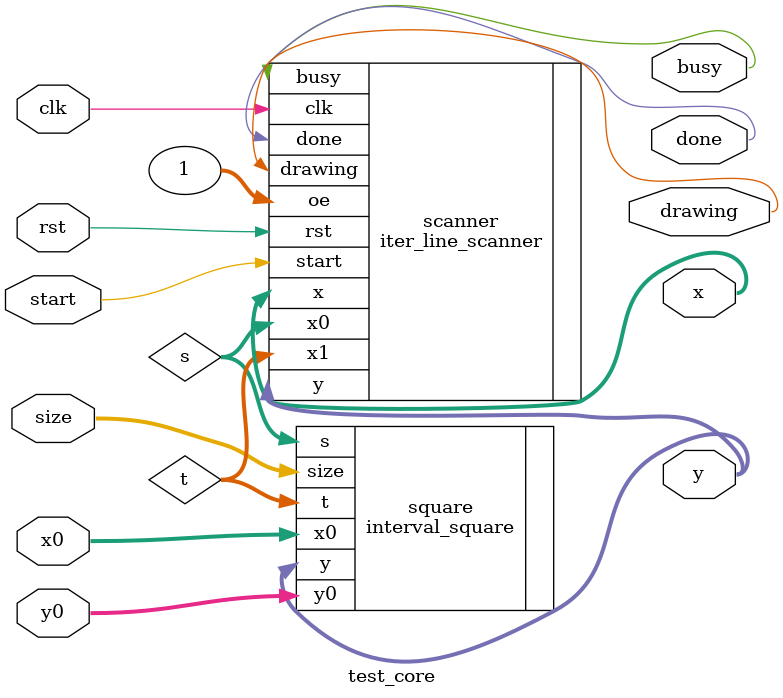
<source format=sv>
module test_core #(parameter CORDW=9) (
    input  wire logic clk,
    input  wire logic rst,

    input  wire logic [CORDW-1:0] x0,    // point 0 x
    input  wire logic [CORDW-1:0] y0,    // point 0 y
    input  wire logic [CORDW-1:0] size,  // square edge length

    input  wire logic start,           // start line drawing
    output      logic [CORDW-1:0] y,   // drawing position y
    output      logic [CORDW-1:0] x,   // drawing position x
    output      logic drawing,         // actively drawing
    output      logic busy,            // drawing request in progress
    output      logic done             // drawing is complete (high for one tick)
);

    logic [CORDW-1:0] s, t;

    interval_square square(
        .x0,
        .y0,
        .size,
        .y,
        .s,
        .t
    );

    iter_line_scanner scanner(
        .clk,
        .rst,
        .start,
        .oe(1),

        .y,
        .x0(s),
        .x1(t),
        .x,
        .drawing,
        .busy,
        .done
    );

endmodule

</source>
